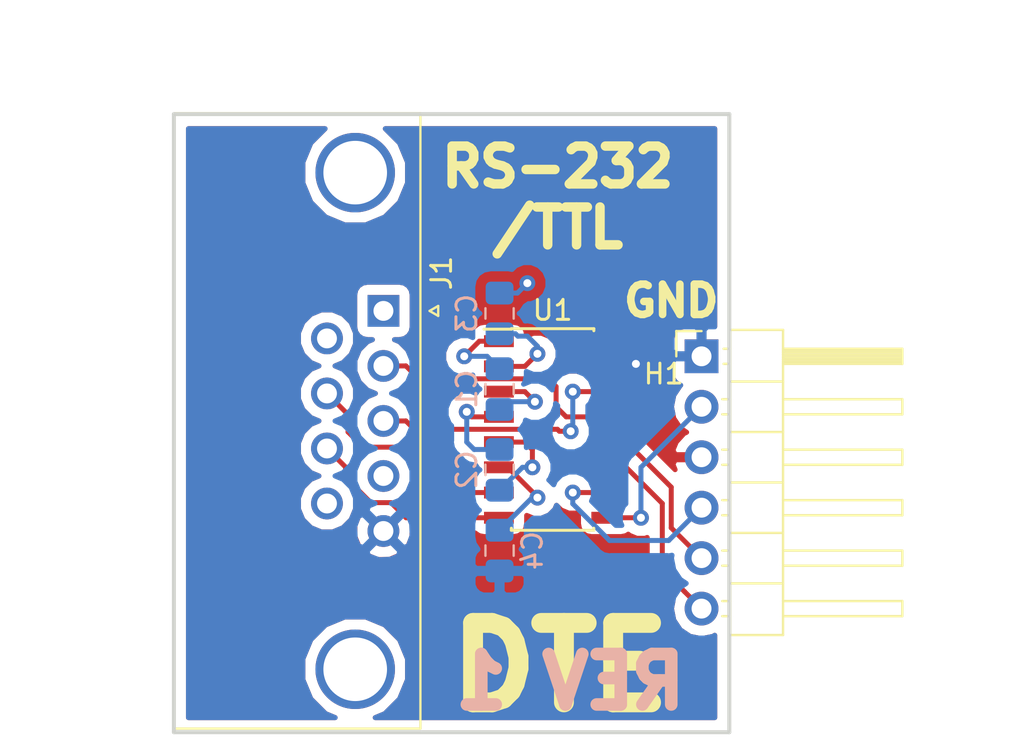
<source format=kicad_pcb>
(kicad_pcb (version 20171130) (host pcbnew "(5.0.2)-1")

  (general
    (thickness 1.6)
    (drawings 10)
    (tracks 90)
    (zones 0)
    (modules 7)
    (nets 18)
  )

  (page A4)
  (layers
    (0 F.Cu signal)
    (31 B.Cu signal)
    (32 B.Adhes user)
    (33 F.Adhes user)
    (34 B.Paste user)
    (35 F.Paste user)
    (36 B.SilkS user)
    (37 F.SilkS user)
    (38 B.Mask user hide)
    (39 F.Mask user hide)
    (40 Dwgs.User user)
    (41 Cmts.User user)
    (42 Eco1.User user)
    (43 Eco2.User user)
    (44 Edge.Cuts user)
    (45 Margin user hide)
    (46 B.CrtYd user hide)
    (47 F.CrtYd user hide)
    (48 B.Fab user hide)
    (49 F.Fab user)
  )

  (setup
    (last_trace_width 0.25)
    (trace_clearance 0.2)
    (zone_clearance 0.508)
    (zone_45_only no)
    (trace_min 0.2)
    (segment_width 0.2)
    (edge_width 0.15)
    (via_size 0.8)
    (via_drill 0.4)
    (via_min_size 0.4)
    (via_min_drill 0.3)
    (uvia_size 0.3)
    (uvia_drill 0.1)
    (uvias_allowed no)
    (uvia_min_size 0.2)
    (uvia_min_drill 0.1)
    (pcb_text_width 0.3)
    (pcb_text_size 1.5 1.5)
    (mod_edge_width 0.15)
    (mod_text_size 1 1)
    (mod_text_width 0.15)
    (pad_size 1.524 1.524)
    (pad_drill 0.762)
    (pad_to_mask_clearance 0.051)
    (solder_mask_min_width 0.25)
    (aux_axis_origin 0 0)
    (visible_elements 7FFFFFFF)
    (pcbplotparams
      (layerselection 0x010fc_ffffffff)
      (usegerberextensions false)
      (usegerberattributes false)
      (usegerberadvancedattributes false)
      (creategerberjobfile false)
      (excludeedgelayer true)
      (linewidth 0.100000)
      (plotframeref false)
      (viasonmask false)
      (mode 1)
      (useauxorigin false)
      (hpglpennumber 1)
      (hpglpenspeed 20)
      (hpglpendiameter 15.000000)
      (psnegative false)
      (psa4output false)
      (plotreference true)
      (plotvalue true)
      (plotinvisibletext false)
      (padsonsilk false)
      (subtractmaskfromsilk false)
      (outputformat 1)
      (mirror false)
      (drillshape 0)
      (scaleselection 1)
      (outputdirectory "plots/"))
  )

  (net 0 "")
  (net 1 "Net-(C1-Pad1)")
  (net 2 "Net-(C1-Pad2)")
  (net 3 "Net-(C2-Pad2)")
  (net 4 "Net-(C2-Pad1)")
  (net 5 GND)
  (net 6 "Net-(C3-Pad2)")
  (net 7 "Net-(C4-Pad2)")
  (net 8 "Net-(J1-Pad2)")
  (net 9 "Net-(J1-Pad3)")
  (net 10 /VCC)
  (net 11 "Net-(H1-Pad2)")
  (net 12 "Net-(H1-Pad4)")
  (net 13 "Net-(H1-Pad5)")
  (net 14 "Net-(H1-Pad6)")
  (net 15 "Net-(J1-Pad7)")
  (net 16 "Net-(J1-Pad8)")
  (net 17 "Net-(J1-Pad0)")

  (net_class Default "This is the default net class."
    (clearance 0.2)
    (trace_width 0.25)
    (via_dia 0.8)
    (via_drill 0.4)
    (uvia_dia 0.3)
    (uvia_drill 0.1)
    (add_net /VCC)
    (add_net GND)
    (add_net "Net-(C1-Pad1)")
    (add_net "Net-(C1-Pad2)")
    (add_net "Net-(C2-Pad1)")
    (add_net "Net-(C2-Pad2)")
    (add_net "Net-(C3-Pad2)")
    (add_net "Net-(C4-Pad2)")
    (add_net "Net-(H1-Pad2)")
    (add_net "Net-(H1-Pad4)")
    (add_net "Net-(H1-Pad5)")
    (add_net "Net-(H1-Pad6)")
    (add_net "Net-(J1-Pad0)")
    (add_net "Net-(J1-Pad2)")
    (add_net "Net-(J1-Pad3)")
    (add_net "Net-(J1-Pad7)")
    (add_net "Net-(J1-Pad8)")
  )

  (module Capacitor_SMD:C_0805_2012Metric_Pad1.15x1.40mm_HandSolder (layer B.Cu) (tedit 5B36C52B) (tstamp 5D73C2EC)
    (at 16.383 13.843 270)
    (descr "Capacitor SMD 0805 (2012 Metric), square (rectangular) end terminal, IPC_7351 nominal with elongated pad for handsoldering. (Body size source: https://docs.google.com/spreadsheets/d/1BsfQQcO9C6DZCsRaXUlFlo91Tg2WpOkGARC1WS5S8t0/edit?usp=sharing), generated with kicad-footprint-generator")
    (tags "capacitor handsolder")
    (path /5D728776)
    (attr smd)
    (fp_text reference C1 (at 0 1.65 270) (layer B.SilkS)
      (effects (font (size 1 1) (thickness 0.15)) (justify mirror))
    )
    (fp_text value 0.1uF (at 0 -1.65 270) (layer B.Fab)
      (effects (font (size 1 1) (thickness 0.15)) (justify mirror))
    )
    (fp_line (start -1 -0.6) (end -1 0.6) (layer B.Fab) (width 0.1))
    (fp_line (start -1 0.6) (end 1 0.6) (layer B.Fab) (width 0.1))
    (fp_line (start 1 0.6) (end 1 -0.6) (layer B.Fab) (width 0.1))
    (fp_line (start 1 -0.6) (end -1 -0.6) (layer B.Fab) (width 0.1))
    (fp_line (start -0.261252 0.71) (end 0.261252 0.71) (layer B.SilkS) (width 0.12))
    (fp_line (start -0.261252 -0.71) (end 0.261252 -0.71) (layer B.SilkS) (width 0.12))
    (fp_line (start -1.85 -0.95) (end -1.85 0.95) (layer B.CrtYd) (width 0.05))
    (fp_line (start -1.85 0.95) (end 1.85 0.95) (layer B.CrtYd) (width 0.05))
    (fp_line (start 1.85 0.95) (end 1.85 -0.95) (layer B.CrtYd) (width 0.05))
    (fp_line (start 1.85 -0.95) (end -1.85 -0.95) (layer B.CrtYd) (width 0.05))
    (fp_text user %R (at 0 0 270) (layer B.Fab)
      (effects (font (size 0.5 0.5) (thickness 0.08)) (justify mirror))
    )
    (pad 1 smd roundrect (at -1.025 0 270) (size 1.15 1.4) (layers B.Cu B.Paste B.Mask) (roundrect_rratio 0.217391)
      (net 1 "Net-(C1-Pad1)"))
    (pad 2 smd roundrect (at 1.025 0 270) (size 1.15 1.4) (layers B.Cu B.Paste B.Mask) (roundrect_rratio 0.217391)
      (net 2 "Net-(C1-Pad2)"))
    (model ${KISYS3DMOD}/Capacitor_SMD.3dshapes/C_0805_2012Metric.wrl
      (at (xyz 0 0 0))
      (scale (xyz 1 1 1))
      (rotate (xyz 0 0 0))
    )
  )

  (module Capacitor_SMD:C_0805_2012Metric_Pad1.15x1.40mm_HandSolder (layer B.Cu) (tedit 5B36C52B) (tstamp 5D73C2FD)
    (at 16.383 17.907 270)
    (descr "Capacitor SMD 0805 (2012 Metric), square (rectangular) end terminal, IPC_7351 nominal with elongated pad for handsoldering. (Body size source: https://docs.google.com/spreadsheets/d/1BsfQQcO9C6DZCsRaXUlFlo91Tg2WpOkGARC1WS5S8t0/edit?usp=sharing), generated with kicad-footprint-generator")
    (tags "capacitor handsolder")
    (path /5D728CCE)
    (attr smd)
    (fp_text reference C2 (at 0 1.65 270) (layer B.SilkS)
      (effects (font (size 1 1) (thickness 0.15)) (justify mirror))
    )
    (fp_text value 0.1uF (at 0 -1.65 270) (layer B.Fab)
      (effects (font (size 1 1) (thickness 0.15)) (justify mirror))
    )
    (fp_text user %R (at 0 0 270) (layer B.Fab)
      (effects (font (size 0.5 0.5) (thickness 0.08)) (justify mirror))
    )
    (fp_line (start 1.85 -0.95) (end -1.85 -0.95) (layer B.CrtYd) (width 0.05))
    (fp_line (start 1.85 0.95) (end 1.85 -0.95) (layer B.CrtYd) (width 0.05))
    (fp_line (start -1.85 0.95) (end 1.85 0.95) (layer B.CrtYd) (width 0.05))
    (fp_line (start -1.85 -0.95) (end -1.85 0.95) (layer B.CrtYd) (width 0.05))
    (fp_line (start -0.261252 -0.71) (end 0.261252 -0.71) (layer B.SilkS) (width 0.12))
    (fp_line (start -0.261252 0.71) (end 0.261252 0.71) (layer B.SilkS) (width 0.12))
    (fp_line (start 1 -0.6) (end -1 -0.6) (layer B.Fab) (width 0.1))
    (fp_line (start 1 0.6) (end 1 -0.6) (layer B.Fab) (width 0.1))
    (fp_line (start -1 0.6) (end 1 0.6) (layer B.Fab) (width 0.1))
    (fp_line (start -1 -0.6) (end -1 0.6) (layer B.Fab) (width 0.1))
    (pad 2 smd roundrect (at 1.025 0 270) (size 1.15 1.4) (layers B.Cu B.Paste B.Mask) (roundrect_rratio 0.217391)
      (net 3 "Net-(C2-Pad2)"))
    (pad 1 smd roundrect (at -1.025 0 270) (size 1.15 1.4) (layers B.Cu B.Paste B.Mask) (roundrect_rratio 0.217391)
      (net 4 "Net-(C2-Pad1)"))
    (model ${KISYS3DMOD}/Capacitor_SMD.3dshapes/C_0805_2012Metric.wrl
      (at (xyz 0 0 0))
      (scale (xyz 1 1 1))
      (rotate (xyz 0 0 0))
    )
  )

  (module Capacitor_SMD:C_0805_2012Metric_Pad1.15x1.40mm_HandSolder (layer B.Cu) (tedit 5B36C52B) (tstamp 5D73C30E)
    (at 16.383 10.033 270)
    (descr "Capacitor SMD 0805 (2012 Metric), square (rectangular) end terminal, IPC_7351 nominal with elongated pad for handsoldering. (Body size source: https://docs.google.com/spreadsheets/d/1BsfQQcO9C6DZCsRaXUlFlo91Tg2WpOkGARC1WS5S8t0/edit?usp=sharing), generated with kicad-footprint-generator")
    (tags "capacitor handsolder")
    (path /5D728CF8)
    (attr smd)
    (fp_text reference C3 (at 0 1.65 270) (layer B.SilkS)
      (effects (font (size 1 1) (thickness 0.15)) (justify mirror))
    )
    (fp_text value 0.1uF (at 0 -1.65 270) (layer B.Fab)
      (effects (font (size 1 1) (thickness 0.15)) (justify mirror))
    )
    (fp_line (start -1 -0.6) (end -1 0.6) (layer B.Fab) (width 0.1))
    (fp_line (start -1 0.6) (end 1 0.6) (layer B.Fab) (width 0.1))
    (fp_line (start 1 0.6) (end 1 -0.6) (layer B.Fab) (width 0.1))
    (fp_line (start 1 -0.6) (end -1 -0.6) (layer B.Fab) (width 0.1))
    (fp_line (start -0.261252 0.71) (end 0.261252 0.71) (layer B.SilkS) (width 0.12))
    (fp_line (start -0.261252 -0.71) (end 0.261252 -0.71) (layer B.SilkS) (width 0.12))
    (fp_line (start -1.85 -0.95) (end -1.85 0.95) (layer B.CrtYd) (width 0.05))
    (fp_line (start -1.85 0.95) (end 1.85 0.95) (layer B.CrtYd) (width 0.05))
    (fp_line (start 1.85 0.95) (end 1.85 -0.95) (layer B.CrtYd) (width 0.05))
    (fp_line (start 1.85 -0.95) (end -1.85 -0.95) (layer B.CrtYd) (width 0.05))
    (fp_text user %R (at 0 0 270) (layer B.Fab)
      (effects (font (size 0.5 0.5) (thickness 0.08)) (justify mirror))
    )
    (pad 1 smd roundrect (at -1.025 0 270) (size 1.15 1.4) (layers B.Cu B.Paste B.Mask) (roundrect_rratio 0.217391)
      (net 10 /VCC))
    (pad 2 smd roundrect (at 1.025 0 270) (size 1.15 1.4) (layers B.Cu B.Paste B.Mask) (roundrect_rratio 0.217391)
      (net 6 "Net-(C3-Pad2)"))
    (model ${KISYS3DMOD}/Capacitor_SMD.3dshapes/C_0805_2012Metric.wrl
      (at (xyz 0 0 0))
      (scale (xyz 1 1 1))
      (rotate (xyz 0 0 0))
    )
  )

  (module Capacitor_SMD:C_0805_2012Metric_Pad1.15x1.40mm_HandSolder (layer B.Cu) (tedit 5B36C52B) (tstamp 5D73C31F)
    (at 16.383 21.971 90)
    (descr "Capacitor SMD 0805 (2012 Metric), square (rectangular) end terminal, IPC_7351 nominal with elongated pad for handsoldering. (Body size source: https://docs.google.com/spreadsheets/d/1BsfQQcO9C6DZCsRaXUlFlo91Tg2WpOkGARC1WS5S8t0/edit?usp=sharing), generated with kicad-footprint-generator")
    (tags "capacitor handsolder")
    (path /5D728D2A)
    (attr smd)
    (fp_text reference C4 (at 0 1.65 90) (layer B.SilkS)
      (effects (font (size 1 1) (thickness 0.15)) (justify mirror))
    )
    (fp_text value 0.1uF (at 0 -1.65 90) (layer B.Fab)
      (effects (font (size 1 1) (thickness 0.15)) (justify mirror))
    )
    (fp_text user %R (at 0 0 90) (layer B.Fab)
      (effects (font (size 0.5 0.5) (thickness 0.08)) (justify mirror))
    )
    (fp_line (start 1.85 -0.95) (end -1.85 -0.95) (layer B.CrtYd) (width 0.05))
    (fp_line (start 1.85 0.95) (end 1.85 -0.95) (layer B.CrtYd) (width 0.05))
    (fp_line (start -1.85 0.95) (end 1.85 0.95) (layer B.CrtYd) (width 0.05))
    (fp_line (start -1.85 -0.95) (end -1.85 0.95) (layer B.CrtYd) (width 0.05))
    (fp_line (start -0.261252 -0.71) (end 0.261252 -0.71) (layer B.SilkS) (width 0.12))
    (fp_line (start -0.261252 0.71) (end 0.261252 0.71) (layer B.SilkS) (width 0.12))
    (fp_line (start 1 -0.6) (end -1 -0.6) (layer B.Fab) (width 0.1))
    (fp_line (start 1 0.6) (end 1 -0.6) (layer B.Fab) (width 0.1))
    (fp_line (start -1 0.6) (end 1 0.6) (layer B.Fab) (width 0.1))
    (fp_line (start -1 -0.6) (end -1 0.6) (layer B.Fab) (width 0.1))
    (pad 2 smd roundrect (at 1.025 0 90) (size 1.15 1.4) (layers B.Cu B.Paste B.Mask) (roundrect_rratio 0.217391)
      (net 7 "Net-(C4-Pad2)"))
    (pad 1 smd roundrect (at -1.025 0 90) (size 1.15 1.4) (layers B.Cu B.Paste B.Mask) (roundrect_rratio 0.217391)
      (net 5 GND))
    (model ${KISYS3DMOD}/Capacitor_SMD.3dshapes/C_0805_2012Metric.wrl
      (at (xyz 0 0 0))
      (scale (xyz 1 1 1))
      (rotate (xyz 0 0 0))
    )
  )

  (module Connector_PinHeader_2.54mm:PinHeader_1x06_P2.54mm_Horizontal (layer F.Cu) (tedit 5D759B42) (tstamp 5D73C386)
    (at 26.543 12.192)
    (descr "Through hole angled pin header, 1x06, 2.54mm pitch, 6mm pin length, single row")
    (tags "Through hole angled pin header THT 1x06 2.54mm single row")
    (path /5D75A367)
    (fp_text reference H1 (at -1.905 0.889) (layer F.SilkS)
      (effects (font (size 1 1) (thickness 0.15)))
    )
    (fp_text value FTDI-Slave (at 4.385 14.97) (layer F.Fab)
      (effects (font (size 1 1) (thickness 0.15)))
    )
    (fp_line (start 2.135 -1.27) (end 4.04 -1.27) (layer F.Fab) (width 0.1))
    (fp_line (start 4.04 -1.27) (end 4.04 13.97) (layer F.Fab) (width 0.1))
    (fp_line (start 4.04 13.97) (end 1.5 13.97) (layer F.Fab) (width 0.1))
    (fp_line (start 1.5 13.97) (end 1.5 -0.635) (layer F.Fab) (width 0.1))
    (fp_line (start 1.5 -0.635) (end 2.135 -1.27) (layer F.Fab) (width 0.1))
    (fp_line (start -0.32 -0.32) (end 1.5 -0.32) (layer F.Fab) (width 0.1))
    (fp_line (start -0.32 -0.32) (end -0.32 0.32) (layer F.Fab) (width 0.1))
    (fp_line (start -0.32 0.32) (end 1.5 0.32) (layer F.Fab) (width 0.1))
    (fp_line (start 4.04 -0.32) (end 10.04 -0.32) (layer F.Fab) (width 0.1))
    (fp_line (start 10.04 -0.32) (end 10.04 0.32) (layer F.Fab) (width 0.1))
    (fp_line (start 4.04 0.32) (end 10.04 0.32) (layer F.Fab) (width 0.1))
    (fp_line (start -0.32 2.22) (end 1.5 2.22) (layer F.Fab) (width 0.1))
    (fp_line (start -0.32 2.22) (end -0.32 2.86) (layer F.Fab) (width 0.1))
    (fp_line (start -0.32 2.86) (end 1.5 2.86) (layer F.Fab) (width 0.1))
    (fp_line (start 4.04 2.22) (end 10.04 2.22) (layer F.Fab) (width 0.1))
    (fp_line (start 10.04 2.22) (end 10.04 2.86) (layer F.Fab) (width 0.1))
    (fp_line (start 4.04 2.86) (end 10.04 2.86) (layer F.Fab) (width 0.1))
    (fp_line (start -0.32 4.76) (end 1.5 4.76) (layer F.Fab) (width 0.1))
    (fp_line (start -0.32 4.76) (end -0.32 5.4) (layer F.Fab) (width 0.1))
    (fp_line (start -0.32 5.4) (end 1.5 5.4) (layer F.Fab) (width 0.1))
    (fp_line (start 4.04 4.76) (end 10.04 4.76) (layer F.Fab) (width 0.1))
    (fp_line (start 10.04 4.76) (end 10.04 5.4) (layer F.Fab) (width 0.1))
    (fp_line (start 4.04 5.4) (end 10.04 5.4) (layer F.Fab) (width 0.1))
    (fp_line (start -0.32 7.3) (end 1.5 7.3) (layer F.Fab) (width 0.1))
    (fp_line (start -0.32 7.3) (end -0.32 7.94) (layer F.Fab) (width 0.1))
    (fp_line (start -0.32 7.94) (end 1.5 7.94) (layer F.Fab) (width 0.1))
    (fp_line (start 4.04 7.3) (end 10.04 7.3) (layer F.Fab) (width 0.1))
    (fp_line (start 10.04 7.3) (end 10.04 7.94) (layer F.Fab) (width 0.1))
    (fp_line (start 4.04 7.94) (end 10.04 7.94) (layer F.Fab) (width 0.1))
    (fp_line (start -0.32 9.84) (end 1.5 9.84) (layer F.Fab) (width 0.1))
    (fp_line (start -0.32 9.84) (end -0.32 10.48) (layer F.Fab) (width 0.1))
    (fp_line (start -0.32 10.48) (end 1.5 10.48) (layer F.Fab) (width 0.1))
    (fp_line (start 4.04 9.84) (end 10.04 9.84) (layer F.Fab) (width 0.1))
    (fp_line (start 10.04 9.84) (end 10.04 10.48) (layer F.Fab) (width 0.1))
    (fp_line (start 4.04 10.48) (end 10.04 10.48) (layer F.Fab) (width 0.1))
    (fp_line (start -0.32 12.38) (end 1.5 12.38) (layer F.Fab) (width 0.1))
    (fp_line (start -0.32 12.38) (end -0.32 13.02) (layer F.Fab) (width 0.1))
    (fp_line (start -0.32 13.02) (end 1.5 13.02) (layer F.Fab) (width 0.1))
    (fp_line (start 4.04 12.38) (end 10.04 12.38) (layer F.Fab) (width 0.1))
    (fp_line (start 10.04 12.38) (end 10.04 13.02) (layer F.Fab) (width 0.1))
    (fp_line (start 4.04 13.02) (end 10.04 13.02) (layer F.Fab) (width 0.1))
    (fp_line (start 1.44 -1.33) (end 1.44 14.03) (layer F.SilkS) (width 0.12))
    (fp_line (start 1.44 14.03) (end 4.1 14.03) (layer F.SilkS) (width 0.12))
    (fp_line (start 4.1 14.03) (end 4.1 -1.33) (layer F.SilkS) (width 0.12))
    (fp_line (start 4.1 -1.33) (end 1.44 -1.33) (layer F.SilkS) (width 0.12))
    (fp_line (start 4.1 -0.38) (end 10.1 -0.38) (layer F.SilkS) (width 0.12))
    (fp_line (start 10.1 -0.38) (end 10.1 0.38) (layer F.SilkS) (width 0.12))
    (fp_line (start 10.1 0.38) (end 4.1 0.38) (layer F.SilkS) (width 0.12))
    (fp_line (start 4.1 -0.32) (end 10.1 -0.32) (layer F.SilkS) (width 0.12))
    (fp_line (start 4.1 -0.2) (end 10.1 -0.2) (layer F.SilkS) (width 0.12))
    (fp_line (start 4.1 -0.08) (end 10.1 -0.08) (layer F.SilkS) (width 0.12))
    (fp_line (start 4.1 0.04) (end 10.1 0.04) (layer F.SilkS) (width 0.12))
    (fp_line (start 4.1 0.16) (end 10.1 0.16) (layer F.SilkS) (width 0.12))
    (fp_line (start 4.1 0.28) (end 10.1 0.28) (layer F.SilkS) (width 0.12))
    (fp_line (start 1.11 -0.38) (end 1.44 -0.38) (layer F.SilkS) (width 0.12))
    (fp_line (start 1.11 0.38) (end 1.44 0.38) (layer F.SilkS) (width 0.12))
    (fp_line (start 1.44 1.27) (end 4.1 1.27) (layer F.SilkS) (width 0.12))
    (fp_line (start 4.1 2.16) (end 10.1 2.16) (layer F.SilkS) (width 0.12))
    (fp_line (start 10.1 2.16) (end 10.1 2.92) (layer F.SilkS) (width 0.12))
    (fp_line (start 10.1 2.92) (end 4.1 2.92) (layer F.SilkS) (width 0.12))
    (fp_line (start 1.042929 2.16) (end 1.44 2.16) (layer F.SilkS) (width 0.12))
    (fp_line (start 1.042929 2.92) (end 1.44 2.92) (layer F.SilkS) (width 0.12))
    (fp_line (start 1.44 3.81) (end 4.1 3.81) (layer F.SilkS) (width 0.12))
    (fp_line (start 4.1 4.7) (end 10.1 4.7) (layer F.SilkS) (width 0.12))
    (fp_line (start 10.1 4.7) (end 10.1 5.46) (layer F.SilkS) (width 0.12))
    (fp_line (start 10.1 5.46) (end 4.1 5.46) (layer F.SilkS) (width 0.12))
    (fp_line (start 1.042929 4.7) (end 1.44 4.7) (layer F.SilkS) (width 0.12))
    (fp_line (start 1.042929 5.46) (end 1.44 5.46) (layer F.SilkS) (width 0.12))
    (fp_line (start 1.44 6.35) (end 4.1 6.35) (layer F.SilkS) (width 0.12))
    (fp_line (start 4.1 7.24) (end 10.1 7.24) (layer F.SilkS) (width 0.12))
    (fp_line (start 10.1 7.24) (end 10.1 8) (layer F.SilkS) (width 0.12))
    (fp_line (start 10.1 8) (end 4.1 8) (layer F.SilkS) (width 0.12))
    (fp_line (start 1.042929 7.24) (end 1.44 7.24) (layer F.SilkS) (width 0.12))
    (fp_line (start 1.042929 8) (end 1.44 8) (layer F.SilkS) (width 0.12))
    (fp_line (start 1.44 8.89) (end 4.1 8.89) (layer F.SilkS) (width 0.12))
    (fp_line (start 4.1 9.78) (end 10.1 9.78) (layer F.SilkS) (width 0.12))
    (fp_line (start 10.1 9.78) (end 10.1 10.54) (layer F.SilkS) (width 0.12))
    (fp_line (start 10.1 10.54) (end 4.1 10.54) (layer F.SilkS) (width 0.12))
    (fp_line (start 1.042929 9.78) (end 1.44 9.78) (layer F.SilkS) (width 0.12))
    (fp_line (start 1.042929 10.54) (end 1.44 10.54) (layer F.SilkS) (width 0.12))
    (fp_line (start 1.44 11.43) (end 4.1 11.43) (layer F.SilkS) (width 0.12))
    (fp_line (start 4.1 12.32) (end 10.1 12.32) (layer F.SilkS) (width 0.12))
    (fp_line (start 10.1 12.32) (end 10.1 13.08) (layer F.SilkS) (width 0.12))
    (fp_line (start 10.1 13.08) (end 4.1 13.08) (layer F.SilkS) (width 0.12))
    (fp_line (start 1.042929 12.32) (end 1.44 12.32) (layer F.SilkS) (width 0.12))
    (fp_line (start 1.042929 13.08) (end 1.44 13.08) (layer F.SilkS) (width 0.12))
    (fp_line (start -1.27 0) (end -1.27 -1.27) (layer F.SilkS) (width 0.12))
    (fp_line (start -1.27 -1.27) (end 0 -1.27) (layer F.SilkS) (width 0.12))
    (fp_line (start -1.8 -1.8) (end -1.8 14.5) (layer F.CrtYd) (width 0.05))
    (fp_line (start -1.8 14.5) (end 10.55 14.5) (layer F.CrtYd) (width 0.05))
    (fp_line (start 10.55 14.5) (end 10.55 -1.8) (layer F.CrtYd) (width 0.05))
    (fp_line (start 10.55 -1.8) (end -1.8 -1.8) (layer F.CrtYd) (width 0.05))
    (fp_text user %R (at 2.77 6.35 90) (layer F.Fab)
      (effects (font (size 1 1) (thickness 0.15)))
    )
    (pad 1 thru_hole rect (at 0 0) (size 1.7 1.7) (drill 1) (layers *.Cu *.Mask)
      (net 5 GND))
    (pad 2 thru_hole oval (at 0 2.54) (size 1.7 1.7) (drill 1) (layers *.Cu *.Mask)
      (net 11 "Net-(H1-Pad2)"))
    (pad 3 thru_hole oval (at 0 5.08) (size 1.7 1.7) (drill 1) (layers *.Cu *.Mask)
      (net 10 /VCC))
    (pad 4 thru_hole oval (at 0 7.62) (size 1.7 1.7) (drill 1) (layers *.Cu *.Mask)
      (net 12 "Net-(H1-Pad4)"))
    (pad 5 thru_hole oval (at 0 10.16) (size 1.7 1.7) (drill 1) (layers *.Cu *.Mask)
      (net 13 "Net-(H1-Pad5)"))
    (pad 6 thru_hole oval (at 0 12.7) (size 1.7 1.7) (drill 1) (layers *.Cu *.Mask)
      (net 14 "Net-(H1-Pad6)"))
    (model ${KISYS3DMOD}/Connector_PinHeader_2.54mm.3dshapes/PinHeader_1x06_P2.54mm_Horizontal.wrl
      (at (xyz 0 0 0))
      (scale (xyz 1 1 1))
      (rotate (xyz 0 0 0))
    )
  )

  (module Connector_Dsub:DSUB-9_Male_Horizontal_P2.77x2.84mm_EdgePinOffset7.70mm_Housed_MountingHolesOffset9.12mm (layer F.Cu) (tedit 5D759B32) (tstamp 5D73C3BA)
    (at 10.541 9.906 270)
    (descr "9-pin D-Sub connector, horizontal/angled (90 deg), THT-mount, male, pitch 2.77x2.84mm, pin-PCB-offset 7.699999999999999mm, distance of mounting holes 25mm, distance of mounting holes to PCB edge 9.12mm, see https://disti-assets.s3.amazonaws.com/tonar/files/datasheets/16730.pdf")
    (tags "9-pin D-Sub connector horizontal angled 90deg THT male pitch 2.77x2.84mm pin-PCB-offset 7.699999999999999mm mounting-holes-distance 25mm mounting-hole-offset 25mm")
    (path /5D729312)
    (fp_text reference J1 (at -1.905 -2.921 270) (layer F.SilkS)
      (effects (font (size 1 1) (thickness 0.15)))
    )
    (fp_text value DB9_Male_MountingHoles (at 5.54 18.44 270) (layer F.Fab)
      (effects (font (size 1 1) (thickness 0.15)))
    )
    (fp_arc (start -6.96 1.42) (end -8.56 1.42) (angle 180) (layer F.Fab) (width 0.1))
    (fp_arc (start 18.04 1.42) (end 16.44 1.42) (angle 180) (layer F.Fab) (width 0.1))
    (fp_line (start -9.885 -1.8) (end -9.885 10.54) (layer F.Fab) (width 0.1))
    (fp_line (start -9.885 10.54) (end 20.965 10.54) (layer F.Fab) (width 0.1))
    (fp_line (start 20.965 10.54) (end 20.965 -1.8) (layer F.Fab) (width 0.1))
    (fp_line (start 20.965 -1.8) (end -9.885 -1.8) (layer F.Fab) (width 0.1))
    (fp_line (start -9.885 10.54) (end -9.885 10.94) (layer F.Fab) (width 0.1))
    (fp_line (start -9.885 10.94) (end 20.965 10.94) (layer F.Fab) (width 0.1))
    (fp_line (start 20.965 10.94) (end 20.965 10.54) (layer F.Fab) (width 0.1))
    (fp_line (start 20.965 10.54) (end -9.885 10.54) (layer F.Fab) (width 0.1))
    (fp_line (start -2.61 10.94) (end -2.61 16.94) (layer F.Fab) (width 0.1))
    (fp_line (start -2.61 16.94) (end 13.69 16.94) (layer F.Fab) (width 0.1))
    (fp_line (start 13.69 16.94) (end 13.69 10.94) (layer F.Fab) (width 0.1))
    (fp_line (start 13.69 10.94) (end -2.61 10.94) (layer F.Fab) (width 0.1))
    (fp_line (start -9.46 10.94) (end -9.46 15.94) (layer F.Fab) (width 0.1))
    (fp_line (start -9.46 15.94) (end -4.46 15.94) (layer F.Fab) (width 0.1))
    (fp_line (start -4.46 15.94) (end -4.46 10.94) (layer F.Fab) (width 0.1))
    (fp_line (start -4.46 10.94) (end -9.46 10.94) (layer F.Fab) (width 0.1))
    (fp_line (start 15.54 10.94) (end 15.54 15.94) (layer F.Fab) (width 0.1))
    (fp_line (start 15.54 15.94) (end 20.54 15.94) (layer F.Fab) (width 0.1))
    (fp_line (start 20.54 15.94) (end 20.54 10.94) (layer F.Fab) (width 0.1))
    (fp_line (start 20.54 10.94) (end 15.54 10.94) (layer F.Fab) (width 0.1))
    (fp_line (start -8.56 10.54) (end -8.56 1.42) (layer F.Fab) (width 0.1))
    (fp_line (start -5.36 10.54) (end -5.36 1.42) (layer F.Fab) (width 0.1))
    (fp_line (start 16.44 10.54) (end 16.44 1.42) (layer F.Fab) (width 0.1))
    (fp_line (start 19.64 10.54) (end 19.64 1.42) (layer F.Fab) (width 0.1))
    (fp_line (start -9.945 10.48) (end -9.945 -1.86) (layer F.SilkS) (width 0.12))
    (fp_line (start -9.945 -1.86) (end 21.025 -1.86) (layer F.SilkS) (width 0.12))
    (fp_line (start 21.025 -1.86) (end 21.025 10.48) (layer F.SilkS) (width 0.12))
    (fp_line (start -0.25 -2.754338) (end 0.25 -2.754338) (layer F.SilkS) (width 0.12))
    (fp_line (start 0.25 -2.754338) (end 0 -2.321325) (layer F.SilkS) (width 0.12))
    (fp_line (start 0 -2.321325) (end -0.25 -2.754338) (layer F.SilkS) (width 0.12))
    (fp_line (start -10.4 -2.35) (end -10.4 17.45) (layer F.CrtYd) (width 0.05))
    (fp_line (start -10.4 17.45) (end 21.5 17.45) (layer F.CrtYd) (width 0.05))
    (fp_line (start 21.5 17.45) (end 21.5 -2.35) (layer F.CrtYd) (width 0.05))
    (fp_line (start 21.5 -2.35) (end -10.4 -2.35) (layer F.CrtYd) (width 0.05))
    (fp_text user %R (at 5.54 13.94 270) (layer F.Fab)
      (effects (font (size 1 1) (thickness 0.15)))
    )
    (pad 1 thru_hole rect (at 0 0 270) (size 1.6 1.6) (drill 1) (layers *.Cu *.Mask))
    (pad 2 thru_hole circle (at 2.77 0 270) (size 1.6 1.6) (drill 1) (layers *.Cu *.Mask)
      (net 8 "Net-(J1-Pad2)"))
    (pad 3 thru_hole circle (at 5.54 0 270) (size 1.6 1.6) (drill 1) (layers *.Cu *.Mask)
      (net 9 "Net-(J1-Pad3)"))
    (pad 4 thru_hole circle (at 8.31 0 270) (size 1.6 1.6) (drill 1) (layers *.Cu *.Mask))
    (pad 5 thru_hole circle (at 11.08 0 270) (size 1.6 1.6) (drill 1) (layers *.Cu *.Mask)
      (net 5 GND))
    (pad 6 thru_hole circle (at 1.385 2.84 270) (size 1.6 1.6) (drill 1) (layers *.Cu *.Mask))
    (pad 7 thru_hole circle (at 4.155 2.84 270) (size 1.6 1.6) (drill 1) (layers *.Cu *.Mask)
      (net 15 "Net-(J1-Pad7)"))
    (pad 8 thru_hole circle (at 6.925 2.84 270) (size 1.6 1.6) (drill 1) (layers *.Cu *.Mask)
      (net 16 "Net-(J1-Pad8)"))
    (pad 9 thru_hole circle (at 9.695 2.84 270) (size 1.6 1.6) (drill 1) (layers *.Cu *.Mask))
    (pad 0 thru_hole circle (at -6.96 1.42 270) (size 4 4) (drill 3.2) (layers *.Cu *.Mask)
      (net 17 "Net-(J1-Pad0)"))
    (pad 0 thru_hole circle (at 18.04 1.42 270) (size 4 4) (drill 3.2) (layers *.Cu *.Mask)
      (net 17 "Net-(J1-Pad0)"))
    (model ${KISYS3DMOD}/Connector_Dsub.3dshapes/DSUB-9_Male_Horizontal_P2.77x2.84mm_EdgePinOffset7.70mm_Housed_MountingHolesOffset9.12mm.wrl
      (at (xyz 0 0 0))
      (scale (xyz 1 1 1))
      (rotate (xyz 0 0 0))
    )
  )

  (module Package_SO:SOIC-16_3.9x9.9mm_P1.27mm (layer F.Cu) (tedit 5A02F2D3) (tstamp 5D73C3DF)
    (at 19.05 15.875)
    (descr "16-Lead Plastic Small Outline (SL) - Narrow, 3.90 mm Body [SOIC] (see Microchip Packaging Specification 00000049BS.pdf)")
    (tags "SOIC 1.27")
    (path /5D7285AB)
    (attr smd)
    (fp_text reference U1 (at 0 -6) (layer F.SilkS)
      (effects (font (size 1 1) (thickness 0.15)))
    )
    (fp_text value ICL3232 (at 0 6) (layer F.Fab)
      (effects (font (size 1 1) (thickness 0.15)))
    )
    (fp_text user %R (at 0 0) (layer F.Fab)
      (effects (font (size 0.9 0.9) (thickness 0.135)))
    )
    (fp_line (start -0.95 -4.95) (end 1.95 -4.95) (layer F.Fab) (width 0.15))
    (fp_line (start 1.95 -4.95) (end 1.95 4.95) (layer F.Fab) (width 0.15))
    (fp_line (start 1.95 4.95) (end -1.95 4.95) (layer F.Fab) (width 0.15))
    (fp_line (start -1.95 4.95) (end -1.95 -3.95) (layer F.Fab) (width 0.15))
    (fp_line (start -1.95 -3.95) (end -0.95 -4.95) (layer F.Fab) (width 0.15))
    (fp_line (start -3.7 -5.25) (end -3.7 5.25) (layer F.CrtYd) (width 0.05))
    (fp_line (start 3.7 -5.25) (end 3.7 5.25) (layer F.CrtYd) (width 0.05))
    (fp_line (start -3.7 -5.25) (end 3.7 -5.25) (layer F.CrtYd) (width 0.05))
    (fp_line (start -3.7 5.25) (end 3.7 5.25) (layer F.CrtYd) (width 0.05))
    (fp_line (start -2.075 -5.075) (end -2.075 -5.05) (layer F.SilkS) (width 0.15))
    (fp_line (start 2.075 -5.075) (end 2.075 -4.97) (layer F.SilkS) (width 0.15))
    (fp_line (start 2.075 5.075) (end 2.075 4.97) (layer F.SilkS) (width 0.15))
    (fp_line (start -2.075 5.075) (end -2.075 4.97) (layer F.SilkS) (width 0.15))
    (fp_line (start -2.075 -5.075) (end 2.075 -5.075) (layer F.SilkS) (width 0.15))
    (fp_line (start -2.075 5.075) (end 2.075 5.075) (layer F.SilkS) (width 0.15))
    (fp_line (start -2.075 -5.05) (end -3.45 -5.05) (layer F.SilkS) (width 0.15))
    (pad 1 smd rect (at -2.7 -4.445) (size 1.5 0.6) (layers F.Cu F.Paste F.Mask)
      (net 1 "Net-(C1-Pad1)"))
    (pad 2 smd rect (at -2.7 -3.175) (size 1.5 0.6) (layers F.Cu F.Paste F.Mask)
      (net 6 "Net-(C3-Pad2)"))
    (pad 3 smd rect (at -2.7 -1.905) (size 1.5 0.6) (layers F.Cu F.Paste F.Mask)
      (net 2 "Net-(C1-Pad2)"))
    (pad 4 smd rect (at -2.7 -0.635) (size 1.5 0.6) (layers F.Cu F.Paste F.Mask)
      (net 4 "Net-(C2-Pad1)"))
    (pad 5 smd rect (at -2.7 0.635) (size 1.5 0.6) (layers F.Cu F.Paste F.Mask)
      (net 3 "Net-(C2-Pad2)"))
    (pad 6 smd rect (at -2.7 1.905) (size 1.5 0.6) (layers F.Cu F.Paste F.Mask)
      (net 7 "Net-(C4-Pad2)"))
    (pad 7 smd rect (at -2.7 3.175) (size 1.5 0.6) (layers F.Cu F.Paste F.Mask)
      (net 15 "Net-(J1-Pad7)"))
    (pad 8 smd rect (at -2.7 4.445) (size 1.5 0.6) (layers F.Cu F.Paste F.Mask)
      (net 16 "Net-(J1-Pad8)"))
    (pad 9 smd rect (at 2.7 4.445) (size 1.5 0.6) (layers F.Cu F.Paste F.Mask)
      (net 11 "Net-(H1-Pad2)"))
    (pad 10 smd rect (at 2.7 3.175) (size 1.5 0.6) (layers F.Cu F.Paste F.Mask)
      (net 12 "Net-(H1-Pad4)"))
    (pad 11 smd rect (at 2.7 1.905) (size 1.5 0.6) (layers F.Cu F.Paste F.Mask)
      (net 14 "Net-(H1-Pad6)"))
    (pad 12 smd rect (at 2.7 0.635) (size 1.5 0.6) (layers F.Cu F.Paste F.Mask)
      (net 13 "Net-(H1-Pad5)"))
    (pad 13 smd rect (at 2.7 -0.635) (size 1.5 0.6) (layers F.Cu F.Paste F.Mask)
      (net 8 "Net-(J1-Pad2)"))
    (pad 14 smd rect (at 2.7 -1.905) (size 1.5 0.6) (layers F.Cu F.Paste F.Mask)
      (net 9 "Net-(J1-Pad3)"))
    (pad 15 smd rect (at 2.7 -3.175) (size 1.5 0.6) (layers F.Cu F.Paste F.Mask)
      (net 5 GND))
    (pad 16 smd rect (at 2.7 -4.445) (size 1.5 0.6) (layers F.Cu F.Paste F.Mask)
      (net 10 /VCC))
    (model ${KISYS3DMOD}/Package_SO.3dshapes/SOIC-16_3.9x9.9mm_P1.27mm.wrl
      (at (xyz 0 0 0))
      (scale (xyz 1 1 1))
      (rotate (xyz 0 0 0))
    )
  )

  (dimension 31.115 (width 0.3) (layer Dwgs.User)
    (gr_text "31.115 mm" (at 40.835 15.5575 90) (layer Dwgs.User)
      (effects (font (size 1.5 1.5) (thickness 0.3)))
    )
    (feature1 (pts (xy 27.94 0) (xy 39.321421 0)))
    (feature2 (pts (xy 27.94 31.115) (xy 39.321421 31.115)))
    (crossbar (pts (xy 38.735 31.115) (xy 38.735 0)))
    (arrow1a (pts (xy 38.735 0) (xy 39.321421 1.126504)))
    (arrow1b (pts (xy 38.735 0) (xy 38.148579 1.126504)))
    (arrow2a (pts (xy 38.735 31.115) (xy 39.321421 29.988496)))
    (arrow2b (pts (xy 38.735 31.115) (xy 38.148579 29.988496)))
  )
  (dimension 27.94 (width 0.3) (layer Dwgs.User)
    (gr_text "27.940 mm" (at 13.97 -4.64) (layer Dwgs.User)
      (effects (font (size 1.5 1.5) (thickness 0.3)))
    )
    (feature1 (pts (xy 27.94 0) (xy 27.94 -3.126421)))
    (feature2 (pts (xy 0 0) (xy 0 -3.126421)))
    (crossbar (pts (xy 0 -2.54) (xy 27.94 -2.54)))
    (arrow1a (pts (xy 27.94 -2.54) (xy 26.813496 -1.953579)))
    (arrow1b (pts (xy 27.94 -2.54) (xy 26.813496 -3.126421)))
    (arrow2a (pts (xy 0 -2.54) (xy 1.126504 -1.953579)))
    (arrow2b (pts (xy 0 -2.54) (xy 1.126504 -3.126421)))
  )
  (gr_text "REV 1" (at 19.939 28.575) (layer B.SilkS) (tstamp 5D765BE1)
    (effects (font (size 2.54 2.54) (thickness 0.635)) (justify mirror))
  )
  (gr_text GND (at 25.019 9.398) (layer F.SilkS) (tstamp 5D73CD6E)
    (effects (font (size 1.524 1.524) (thickness 0.381)))
  )
  (gr_text "RS-232\n/TTL" (at 19.304 4.191) (layer F.SilkS) (tstamp 5D73CD66)
    (effects (font (size 1.905 1.905) (thickness 0.47625)))
  )
  (gr_text DTE (at 19.431 27.813) (layer F.SilkS)
    (effects (font (size 4 4) (thickness 1)))
  )
  (gr_line (start 0 31.115) (end 0 0) (layer Edge.Cuts) (width 0.2))
  (gr_line (start 27.94 31.115) (end 0 31.115) (layer Edge.Cuts) (width 0.2))
  (gr_line (start 27.94 0) (end 27.94 31.115) (layer Edge.Cuts) (width 0.2))
  (gr_line (start 0 0) (end 27.94 0) (layer Edge.Cuts) (width 0.2))

  (via (at 14.605 12.192) (size 0.8) (drill 0.4) (layers F.Cu B.Cu) (net 1))
  (segment (start 16.35 11.43) (end 15.367 11.43) (width 0.25) (layer F.Cu) (net 1) (status 10))
  (segment (start 15.367 11.43) (end 14.605 12.192) (width 0.25) (layer F.Cu) (net 1))
  (segment (start 15.757 12.192) (end 16.383 12.818) (width 0.25) (layer B.Cu) (net 1) (status 20))
  (segment (start 14.605 12.192) (end 15.757 12.192) (width 0.25) (layer B.Cu) (net 1))
  (segment (start 16.35 13.97) (end 17.653 13.97) (width 0.25) (layer F.Cu) (net 2) (status 10))
  (via (at 18.161 14.478) (size 0.8) (drill 0.4) (layers F.Cu B.Cu) (net 2))
  (segment (start 17.653 13.97) (end 18.161 14.478) (width 0.25) (layer F.Cu) (net 2))
  (segment (start 16.773 14.478) (end 16.383 14.868) (width 0.25) (layer B.Cu) (net 2) (status 30))
  (segment (start 18.161 14.478) (end 16.773 14.478) (width 0.25) (layer B.Cu) (net 2) (status 20))
  (via (at 18.034 17.78) (size 0.8) (drill 0.4) (layers F.Cu B.Cu) (net 3))
  (segment (start 17.535 17.78) (end 16.383 18.932) (width 0.25) (layer B.Cu) (net 3) (status 20))
  (segment (start 18.034 17.78) (end 17.535 17.78) (width 0.25) (layer B.Cu) (net 3))
  (segment (start 18.034 16.891) (end 18.034 17.78) (width 0.25) (layer F.Cu) (net 3))
  (segment (start 16.35 16.51) (end 17.653 16.51) (width 0.25) (layer F.Cu) (net 3))
  (segment (start 17.653 16.51) (end 18.034 16.891) (width 0.25) (layer F.Cu) (net 3))
  (via (at 14.732 14.986) (size 0.8) (drill 0.4) (layers F.Cu B.Cu) (net 4))
  (segment (start 16.35 15.24) (end 14.986 15.24) (width 0.25) (layer F.Cu) (net 4) (status 10))
  (segment (start 14.986 15.24) (end 14.732 14.986) (width 0.25) (layer F.Cu) (net 4))
  (segment (start 14.732 14.986) (end 14.732 16.51) (width 0.25) (layer B.Cu) (net 4))
  (segment (start 15.104 16.882) (end 16.383 16.882) (width 0.25) (layer B.Cu) (net 4) (status 20))
  (segment (start 14.732 16.51) (end 15.104 16.882) (width 0.25) (layer B.Cu) (net 4))
  (via (at 23.241 12.573) (size 0.8) (drill 0.4) (layers F.Cu B.Cu) (net 5))
  (segment (start 21.75 12.7) (end 23.114 12.7) (width 0.25) (layer F.Cu) (net 5) (status 10))
  (segment (start 23.114 12.7) (end 23.241 12.573) (width 0.25) (layer F.Cu) (net 5))
  (segment (start 17.183 11.058) (end 17.301 11.176) (width 0.25) (layer B.Cu) (net 6))
  (segment (start 16.383 11.058) (end 17.183 11.058) (width 0.25) (layer B.Cu) (net 6) (status 10))
  (segment (start 17.301 11.176) (end 17.78 11.176) (width 0.25) (layer B.Cu) (net 6))
  (via (at 18.288 12.065) (size 0.8) (drill 0.4) (layers F.Cu B.Cu) (net 6))
  (segment (start 17.78 11.176) (end 18.288 11.684) (width 0.25) (layer B.Cu) (net 6))
  (segment (start 18.288 11.684) (end 18.288 12.065) (width 0.25) (layer B.Cu) (net 6))
  (segment (start 17.653 12.7) (end 18.288 12.065) (width 0.25) (layer F.Cu) (net 6))
  (segment (start 16.35 12.7) (end 17.653 12.7) (width 0.25) (layer F.Cu) (net 6) (status 10))
  (via (at 18.288 19.304) (size 0.8) (drill 0.4) (layers F.Cu B.Cu) (net 7))
  (segment (start 18.288 19.268) (end 18.288 19.304) (width 0.25) (layer F.Cu) (net 7))
  (segment (start 16.35 17.78) (end 16.8 17.78) (width 0.25) (layer F.Cu) (net 7) (status 30))
  (segment (start 16.8 17.78) (end 18.288 19.268) (width 0.25) (layer F.Cu) (net 7) (status 10))
  (segment (start 18.025 19.304) (end 18.288 19.304) (width 0.25) (layer B.Cu) (net 7))
  (segment (start 16.383 20.946) (end 18.025 19.304) (width 0.25) (layer B.Cu) (net 7) (status 10))
  (segment (start 11.67237 12.676) (end 10.541 12.676) (width 0.25) (layer F.Cu) (net 8))
  (segment (start 19.226 13.716) (end 18.835001 13.325001) (width 0.25) (layer F.Cu) (net 8))
  (segment (start 18.835001 13.325001) (end 12.321371 13.325001) (width 0.25) (layer F.Cu) (net 8))
  (segment (start 12.321371 13.325001) (end 11.67237 12.676) (width 0.25) (layer F.Cu) (net 8))
  (segment (start 19.734 15.24) (end 19.226 14.732) (width 0.25) (layer F.Cu) (net 8))
  (segment (start 21.75 15.24) (end 19.734 15.24) (width 0.25) (layer F.Cu) (net 8))
  (segment (start 19.226 14.732) (end 19.226 13.716) (width 0.25) (layer F.Cu) (net 8))
  (via (at 19.959955 15.965) (size 0.8) (drill 0.4) (layers F.Cu B.Cu) (net 9) (status 1000000))
  (via (at 20.066 13.97) (size 0.8) (drill 0.4) (layers F.Cu B.Cu) (net 9) (status 1000000))
  (segment (start 20.066 13.97) (end 20.066 15.858955) (width 0.25) (layer B.Cu) (net 9) (status 1000000))
  (segment (start 20.066 15.858955) (end 19.959955 15.965) (width 0.25) (layer B.Cu) (net 9) (status 1000000))
  (segment (start 21.75 13.97) (end 20.066 13.97) (width 0.25) (layer F.Cu) (net 9) (status 1000000))
  (segment (start 11.67237 15.446) (end 10.541 15.446) (width 0.25) (layer F.Cu) (net 9))
  (segment (start 12.091371 15.865001) (end 11.67237 15.446) (width 0.25) (layer F.Cu) (net 9))
  (segment (start 19.294271 15.865001) (end 12.091371 15.865001) (width 0.25) (layer F.Cu) (net 9))
  (segment (start 19.39427 15.965) (end 19.294271 15.865001) (width 0.25) (layer F.Cu) (net 9))
  (segment (start 19.959955 15.965) (end 19.39427 15.965) (width 0.25) (layer F.Cu) (net 9))
  (via (at 17.78 8.509) (size 0.8) (drill 0.4) (layers F.Cu B.Cu) (net 10))
  (segment (start 16.383 9.008) (end 17.281 9.008) (width 0.25) (layer B.Cu) (net 10))
  (segment (start 17.281 9.008) (end 17.78 8.509) (width 0.25) (layer B.Cu) (net 10))
  (via (at 23.495 20.32) (size 0.8) (drill 0.4) (layers F.Cu B.Cu) (net 11))
  (segment (start 21.75 20.32) (end 23.495 20.32) (width 0.25) (layer F.Cu) (net 11))
  (segment (start 23.495 17.78) (end 26.543 14.732) (width 0.25) (layer B.Cu) (net 11))
  (segment (start 23.495 20.32) (end 23.495 17.78) (width 0.25) (layer B.Cu) (net 11))
  (via (at 20.066 19.05) (size 0.8) (drill 0.4) (layers F.Cu B.Cu) (net 12))
  (segment (start 21.75 19.05) (end 20.066 19.05) (width 0.25) (layer F.Cu) (net 12))
  (segment (start 20.066 19.615685) (end 21.913315 21.463) (width 0.25) (layer B.Cu) (net 12))
  (segment (start 20.066 19.05) (end 20.066 19.615685) (width 0.25) (layer B.Cu) (net 12))
  (segment (start 24.892 21.463) (end 26.543 19.812) (width 0.25) (layer B.Cu) (net 12))
  (segment (start 21.913315 21.463) (end 24.892 21.463) (width 0.25) (layer B.Cu) (net 12))
  (segment (start 22.75 16.51) (end 25.019 18.779) (width 0.25) (layer F.Cu) (net 13))
  (segment (start 21.75 16.51) (end 22.75 16.51) (width 0.25) (layer F.Cu) (net 13))
  (segment (start 25.019 20.828) (end 26.543 22.352) (width 0.25) (layer F.Cu) (net 13))
  (segment (start 25.019 18.779) (end 25.019 20.828) (width 0.25) (layer F.Cu) (net 13))
  (segment (start 25.693001 24.042001) (end 26.543 24.892) (width 0.25) (layer F.Cu) (net 14))
  (segment (start 24.56899 22.91799) (end 25.693001 24.042001) (width 0.25) (layer F.Cu) (net 14))
  (segment (start 24.56899 19.59899) (end 24.56899 22.91799) (width 0.25) (layer F.Cu) (net 14))
  (segment (start 22.75 17.78) (end 24.56899 19.59899) (width 0.25) (layer F.Cu) (net 14))
  (segment (start 21.75 17.78) (end 22.75 17.78) (width 0.25) (layer F.Cu) (net 14))
  (segment (start 13.716 19.05) (end 16.35 19.05) (width 0.25) (layer F.Cu) (net 15) (status 20))
  (segment (start 11.43 16.764) (end 13.716 19.05) (width 0.25) (layer F.Cu) (net 15))
  (segment (start 9.525 16.764) (end 11.43 16.764) (width 0.25) (layer F.Cu) (net 15))
  (segment (start 8.763 16.002) (end 9.525 16.764) (width 0.25) (layer F.Cu) (net 15))
  (segment (start 8.763 15.123) (end 8.763 16.002) (width 0.25) (layer F.Cu) (net 15))
  (segment (start 7.701 14.061) (end 8.763 15.123) (width 0.25) (layer F.Cu) (net 15) (status 10))
  (segment (start 11.684 20.32) (end 16.35 20.32) (width 0.25) (layer F.Cu) (net 16) (status 20))
  (segment (start 10.922 19.558) (end 11.684 20.32) (width 0.25) (layer F.Cu) (net 16))
  (segment (start 9.906 19.558) (end 10.922 19.558) (width 0.25) (layer F.Cu) (net 16))
  (segment (start 8.636 18.288) (end 9.906 19.558) (width 0.25) (layer F.Cu) (net 16))
  (segment (start 8.636 17.766) (end 8.636 18.288) (width 0.25) (layer F.Cu) (net 16))
  (segment (start 7.701 16.831) (end 8.636 17.766) (width 0.25) (layer F.Cu) (net 16) (status 10))

  (zone (net 10) (net_name /VCC) (layer F.Cu) (tstamp 5D7D52E4) (hatch edge 0.508)
    (connect_pads (clearance 0.508))
    (min_thickness 0.254)
    (fill yes (arc_segments 16) (thermal_gap 0.508) (thermal_bridge_width 0.508))
    (polygon
      (pts
        (xy 0 0) (xy 27.94 0) (xy 27.94 31.115) (xy 0 31.115)
      )
    )
    (filled_polygon
      (pts
        (xy 6.887155 1.453392) (xy 6.486 2.421866) (xy 6.486 3.470134) (xy 6.887155 4.438608) (xy 7.628392 5.179845)
        (xy 8.596866 5.581) (xy 9.645134 5.581) (xy 10.613608 5.179845) (xy 11.354845 4.438608) (xy 11.756 3.470134)
        (xy 11.756 2.421866) (xy 11.354845 1.453392) (xy 10.636453 0.735) (xy 27.205 0.735) (xy 27.205 10.69456)
        (xy 25.693 10.69456) (xy 25.445235 10.743843) (xy 25.235191 10.884191) (xy 25.094843 11.094235) (xy 25.04556 11.342)
        (xy 25.04556 13.042) (xy 25.094843 13.289765) (xy 25.235191 13.499809) (xy 25.445235 13.640157) (xy 25.490619 13.649184)
        (xy 25.472375 13.661375) (xy 25.144161 14.152582) (xy 25.028908 14.732) (xy 25.144161 15.311418) (xy 25.472375 15.802625)
        (xy 25.791478 16.015843) (xy 25.661642 16.076817) (xy 25.271355 16.505076) (xy 25.101524 16.91511) (xy 25.222845 17.145)
        (xy 26.416 17.145) (xy 26.416 17.125) (xy 26.67 17.125) (xy 26.67 17.145) (xy 26.69 17.145)
        (xy 26.69 17.399) (xy 26.67 17.399) (xy 26.67 17.419) (xy 26.416 17.419) (xy 26.416 17.399)
        (xy 25.222845 17.399) (xy 25.101524 17.62889) (xy 25.213116 17.898314) (xy 23.340331 16.02553) (xy 23.297929 15.962071)
        (xy 23.079299 15.815987) (xy 23.098157 15.787765) (xy 23.14744 15.54) (xy 23.14744 14.94) (xy 23.098157 14.692235)
        (xy 23.039868 14.605) (xy 23.098157 14.517765) (xy 23.14744 14.27) (xy 23.14744 13.67) (xy 23.135108 13.608)
        (xy 23.446874 13.608) (xy 23.82728 13.450431) (xy 24.118431 13.15928) (xy 24.276 12.778874) (xy 24.276 12.367126)
        (xy 24.118431 11.98672) (xy 23.82728 11.695569) (xy 23.446874 11.538) (xy 23.035126 11.538) (xy 22.980059 11.560809)
        (xy 22.97625 11.557) (xy 21.877 11.557) (xy 21.877 11.577) (xy 21.623 11.577) (xy 21.623 11.557)
        (xy 20.52375 11.557) (xy 20.365 11.71575) (xy 20.365 11.85631) (xy 20.454768 12.073028) (xy 20.401843 12.152235)
        (xy 20.35256 12.4) (xy 20.35256 12.968421) (xy 20.271874 12.935) (xy 19.860126 12.935) (xy 19.61948 13.034679)
        (xy 19.425332 12.840531) (xy 19.38293 12.777072) (xy 19.171769 12.635979) (xy 19.323 12.270874) (xy 19.323 11.859126)
        (xy 19.165431 11.47872) (xy 18.87428 11.187569) (xy 18.493874 11.03) (xy 18.082126 11.03) (xy 17.74744 11.168631)
        (xy 17.74744 11.13) (xy 17.722316 11.00369) (xy 20.365 11.00369) (xy 20.365 11.14425) (xy 20.52375 11.303)
        (xy 21.623 11.303) (xy 21.623 10.65375) (xy 21.877 10.65375) (xy 21.877 11.303) (xy 22.97625 11.303)
        (xy 23.135 11.14425) (xy 23.135 11.00369) (xy 23.038327 10.770301) (xy 22.859698 10.591673) (xy 22.626309 10.495)
        (xy 22.03575 10.495) (xy 21.877 10.65375) (xy 21.623 10.65375) (xy 21.46425 10.495) (xy 20.873691 10.495)
        (xy 20.640302 10.591673) (xy 20.461673 10.770301) (xy 20.365 11.00369) (xy 17.722316 11.00369) (xy 17.698157 10.882235)
        (xy 17.557809 10.672191) (xy 17.347765 10.531843) (xy 17.1 10.48256) (xy 15.6 10.48256) (xy 15.352235 10.531843)
        (xy 15.142191 10.672191) (xy 15.120893 10.704065) (xy 15.118605 10.70452) (xy 15.070462 10.714096) (xy 14.986346 10.770301)
        (xy 14.819071 10.882071) (xy 14.776671 10.945527) (xy 14.565198 11.157) (xy 14.399126 11.157) (xy 14.01872 11.314569)
        (xy 13.727569 11.60572) (xy 13.57 11.986126) (xy 13.57 12.397874) (xy 13.639226 12.565001) (xy 12.636173 12.565001)
        (xy 12.262701 12.19153) (xy 12.220299 12.128071) (xy 11.968907 11.960096) (xy 11.782322 11.922982) (xy 11.757534 11.863138)
        (xy 11.353862 11.459466) (xy 11.097893 11.35344) (xy 11.341 11.35344) (xy 11.588765 11.304157) (xy 11.798809 11.163809)
        (xy 11.939157 10.953765) (xy 11.98844 10.706) (xy 11.98844 9.106) (xy 11.939157 8.858235) (xy 11.798809 8.648191)
        (xy 11.588765 8.507843) (xy 11.341 8.45856) (xy 9.741 8.45856) (xy 9.493235 8.507843) (xy 9.283191 8.648191)
        (xy 9.142843 8.858235) (xy 9.09356 9.106) (xy 9.09356 10.706) (xy 9.142843 10.953765) (xy 9.283191 11.163809)
        (xy 9.493235 11.304157) (xy 9.741 11.35344) (xy 9.984107 11.35344) (xy 9.728138 11.459466) (xy 9.324466 11.863138)
        (xy 9.106 12.390561) (xy 9.106 12.961439) (xy 9.324466 13.488862) (xy 9.728138 13.892534) (xy 10.13485 14.061)
        (xy 9.728138 14.229466) (xy 9.33961 14.617994) (xy 9.310929 14.575071) (xy 9.247473 14.532671) (xy 9.114104 14.399302)
        (xy 9.136 14.346439) (xy 9.136 13.775561) (xy 8.917534 13.248138) (xy 8.513862 12.844466) (xy 8.10715 12.676)
        (xy 8.513862 12.507534) (xy 8.917534 12.103862) (xy 9.136 11.576439) (xy 9.136 11.005561) (xy 8.917534 10.478138)
        (xy 8.513862 10.074466) (xy 7.986439 9.856) (xy 7.415561 9.856) (xy 6.888138 10.074466) (xy 6.484466 10.478138)
        (xy 6.266 11.005561) (xy 6.266 11.576439) (xy 6.484466 12.103862) (xy 6.888138 12.507534) (xy 7.29485 12.676)
        (xy 6.888138 12.844466) (xy 6.484466 13.248138) (xy 6.266 13.775561) (xy 6.266 14.346439) (xy 6.484466 14.873862)
        (xy 6.888138 15.277534) (xy 7.29485 15.446) (xy 6.888138 15.614466) (xy 6.484466 16.018138) (xy 6.266 16.545561)
        (xy 6.266 17.116439) (xy 6.484466 17.643862) (xy 6.888138 18.047534) (xy 7.29485 18.216) (xy 6.888138 18.384466)
        (xy 6.484466 18.788138) (xy 6.266 19.315561) (xy 6.266 19.886439) (xy 6.484466 20.413862) (xy 6.888138 20.817534)
        (xy 7.415561 21.036) (xy 7.986439 21.036) (xy 8.513862 20.817534) (xy 8.917534 20.413862) (xy 9.136 19.886439)
        (xy 9.136 19.862802) (xy 9.31567 20.042472) (xy 9.358071 20.105929) (xy 9.378215 20.119389) (xy 9.324466 20.173138)
        (xy 9.106 20.700561) (xy 9.106 21.271439) (xy 9.324466 21.798862) (xy 9.728138 22.202534) (xy 10.255561 22.421)
        (xy 10.826439 22.421) (xy 11.353862 22.202534) (xy 11.757534 21.798862) (xy 11.976 21.271439) (xy 11.976 21.08)
        (xy 15.14547 21.08) (xy 15.352235 21.218157) (xy 15.6 21.26744) (xy 17.1 21.26744) (xy 17.347765 21.218157)
        (xy 17.557809 21.077809) (xy 17.698157 20.867765) (xy 17.74744 20.62) (xy 17.74744 20.200369) (xy 18.082126 20.339)
        (xy 18.493874 20.339) (xy 18.87428 20.181431) (xy 19.165431 19.89028) (xy 19.246603 19.694314) (xy 19.47972 19.927431)
        (xy 19.860126 20.085) (xy 20.271874 20.085) (xy 20.35256 20.051579) (xy 20.35256 20.62) (xy 20.401843 20.867765)
        (xy 20.542191 21.077809) (xy 20.752235 21.218157) (xy 21 21.26744) (xy 22.5 21.26744) (xy 22.747765 21.218157)
        (xy 22.856674 21.145385) (xy 22.90872 21.197431) (xy 23.289126 21.355) (xy 23.700874 21.355) (xy 23.808991 21.310217)
        (xy 23.808991 22.843138) (xy 23.794102 22.91799) (xy 23.808991 22.992842) (xy 23.853087 23.214527) (xy 24.021062 23.465919)
        (xy 24.084518 23.508319) (xy 25.101791 24.525593) (xy 25.028908 24.892) (xy 25.144161 25.471418) (xy 25.472375 25.962625)
        (xy 25.963582 26.290839) (xy 26.396744 26.377) (xy 26.689256 26.377) (xy 27.122418 26.290839) (xy 27.205001 26.235659)
        (xy 27.205001 30.38) (xy 10.130391 30.38) (xy 10.613608 30.179845) (xy 11.354845 29.438608) (xy 11.756 28.470134)
        (xy 11.756 27.421866) (xy 11.354845 26.453392) (xy 10.613608 25.712155) (xy 9.645134 25.311) (xy 8.596866 25.311)
        (xy 7.628392 25.712155) (xy 6.887155 26.453392) (xy 6.486 27.421866) (xy 6.486 28.470134) (xy 6.887155 29.438608)
        (xy 7.628392 30.179845) (xy 8.111609 30.38) (xy 0.735 30.38) (xy 0.735 0.735) (xy 7.605547 0.735)
      )
    )
  )
  (zone (net 5) (net_name GND) (layer B.Cu) (tstamp 5D7D52E1) (hatch edge 0.508)
    (connect_pads (clearance 0.508))
    (min_thickness 0.254)
    (fill yes (arc_segments 16) (thermal_gap 0.508) (thermal_bridge_width 0.508))
    (polygon
      (pts
        (xy 0 0) (xy 27.94 0) (xy 27.94 31.115) (xy 0 31.115)
      )
    )
    (filled_polygon
      (pts
        (xy 6.887155 1.453392) (xy 6.486 2.421866) (xy 6.486 3.470134) (xy 6.887155 4.438608) (xy 7.628392 5.179845)
        (xy 8.596866 5.581) (xy 9.645134 5.581) (xy 10.613608 5.179845) (xy 11.354845 4.438608) (xy 11.756 3.470134)
        (xy 11.756 2.421866) (xy 11.354845 1.453392) (xy 10.636453 0.735) (xy 27.205 0.735) (xy 27.205 10.707)
        (xy 26.82875 10.707) (xy 26.67 10.86575) (xy 26.67 12.065) (xy 26.69 12.065) (xy 26.69 12.319)
        (xy 26.67 12.319) (xy 26.67 12.339) (xy 26.416 12.339) (xy 26.416 12.319) (xy 25.21675 12.319)
        (xy 25.058 12.47775) (xy 25.058 13.16831) (xy 25.154673 13.401699) (xy 25.333302 13.580327) (xy 25.494033 13.646904)
        (xy 25.472375 13.661375) (xy 25.144161 14.152582) (xy 25.028908 14.732) (xy 25.101791 15.098408) (xy 23.010528 17.189671)
        (xy 22.947072 17.232071) (xy 22.904672 17.295527) (xy 22.904671 17.295528) (xy 22.779097 17.483463) (xy 22.720112 17.78)
        (xy 22.735001 17.854852) (xy 22.735 19.616289) (xy 22.617569 19.73372) (xy 22.46 20.114126) (xy 22.46 20.525874)
        (xy 22.533368 20.703) (xy 22.228117 20.703) (xy 21.007271 19.482155) (xy 21.101 19.255874) (xy 21.101 18.844126)
        (xy 20.943431 18.46372) (xy 20.65228 18.172569) (xy 20.271874 18.015) (xy 19.860126 18.015) (xy 19.47972 18.172569)
        (xy 19.188569 18.46372) (xy 19.107397 18.659686) (xy 18.87428 18.426569) (xy 18.857919 18.419792) (xy 18.911431 18.36628)
        (xy 19.069 17.985874) (xy 19.069 17.574126) (xy 18.911431 17.19372) (xy 18.62028 16.902569) (xy 18.239874 16.745)
        (xy 17.828126 16.745) (xy 17.73044 16.785463) (xy 17.73044 16.556999) (xy 17.662127 16.213564) (xy 17.467586 15.922414)
        (xy 17.396626 15.875) (xy 17.467586 15.827586) (xy 17.662127 15.536436) (xy 17.688737 15.402658) (xy 17.955126 15.513)
        (xy 18.366874 15.513) (xy 18.74728 15.355431) (xy 19.038431 15.06428) (xy 19.196 14.683874) (xy 19.196 14.563711)
        (xy 19.306 14.673711) (xy 19.306001 15.155243) (xy 19.082524 15.37872) (xy 18.924955 15.759126) (xy 18.924955 16.170874)
        (xy 19.082524 16.55128) (xy 19.373675 16.842431) (xy 19.754081 17) (xy 20.165829 17) (xy 20.546235 16.842431)
        (xy 20.837386 16.55128) (xy 20.994955 16.170874) (xy 20.994955 15.759126) (xy 20.837386 15.37872) (xy 20.826 15.367334)
        (xy 20.826 14.673711) (xy 20.943431 14.55628) (xy 21.101 14.175874) (xy 21.101 13.764126) (xy 20.943431 13.38372)
        (xy 20.65228 13.092569) (xy 20.271874 12.935) (xy 19.860126 12.935) (xy 19.47972 13.092569) (xy 19.188569 13.38372)
        (xy 19.031 13.764126) (xy 19.031 13.884289) (xy 18.74728 13.600569) (xy 18.366874 13.443) (xy 17.955126 13.443)
        (xy 17.590131 13.594186) (xy 17.662127 13.486436) (xy 17.73044 13.143001) (xy 17.73044 12.954327) (xy 18.082126 13.1)
        (xy 18.493874 13.1) (xy 18.87428 12.942431) (xy 19.165431 12.65128) (xy 19.323 12.270874) (xy 19.323 11.859126)
        (xy 19.165431 11.47872) (xy 18.902401 11.21569) (xy 25.058 11.21569) (xy 25.058 11.90625) (xy 25.21675 12.065)
        (xy 26.416 12.065) (xy 26.416 10.86575) (xy 26.25725 10.707) (xy 25.566691 10.707) (xy 25.333302 10.803673)
        (xy 25.154673 10.982301) (xy 25.058 11.21569) (xy 18.902401 11.21569) (xy 18.87428 11.187569) (xy 18.868831 11.185312)
        (xy 18.835929 11.136071) (xy 18.772475 11.093673) (xy 18.37033 10.691529) (xy 18.327929 10.628071) (xy 18.076537 10.460096)
        (xy 17.854852 10.416) (xy 17.854847 10.416) (xy 17.78 10.401112) (xy 17.705153 10.416) (xy 17.667385 10.416)
        (xy 17.662127 10.389564) (xy 17.467586 10.098414) (xy 17.369687 10.033) (xy 17.467586 9.967586) (xy 17.662127 9.676436)
        (xy 17.664204 9.665995) (xy 17.828929 9.555929) (xy 17.8369 9.544) (xy 17.985874 9.544) (xy 18.36628 9.386431)
        (xy 18.657431 9.09528) (xy 18.815 8.714874) (xy 18.815 8.303126) (xy 18.657431 7.92272) (xy 18.36628 7.631569)
        (xy 17.985874 7.474) (xy 17.574126 7.474) (xy 17.19372 7.631569) (xy 17.005431 7.819858) (xy 16.833001 7.78556)
        (xy 15.932999 7.78556) (xy 15.589564 7.853873) (xy 15.298414 8.048414) (xy 15.103873 8.339564) (xy 15.03556 8.682999)
        (xy 15.03556 9.333001) (xy 15.103873 9.676436) (xy 15.298414 9.967586) (xy 15.396313 10.033) (xy 15.298414 10.098414)
        (xy 15.103873 10.389564) (xy 15.03556 10.732999) (xy 15.03556 11.250068) (xy 14.810874 11.157) (xy 14.399126 11.157)
        (xy 14.01872 11.314569) (xy 13.727569 11.60572) (xy 13.57 11.986126) (xy 13.57 12.397874) (xy 13.727569 12.77828)
        (xy 14.01872 13.069431) (xy 14.399126 13.227) (xy 14.810874 13.227) (xy 15.03556 13.133932) (xy 15.03556 13.143001)
        (xy 15.103873 13.486436) (xy 15.298414 13.777586) (xy 15.396313 13.843) (xy 15.298414 13.908414) (xy 15.197972 14.058736)
        (xy 14.937874 13.951) (xy 14.526126 13.951) (xy 14.14572 14.108569) (xy 13.854569 14.39972) (xy 13.697 14.780126)
        (xy 13.697 15.191874) (xy 13.854569 15.57228) (xy 13.972 15.689711) (xy 13.972001 16.435149) (xy 13.957112 16.51)
        (xy 13.972001 16.584852) (xy 14.011017 16.781) (xy 14.016097 16.806537) (xy 14.080264 16.902569) (xy 14.184072 17.057929)
        (xy 14.247527 17.100329) (xy 14.513671 17.366472) (xy 14.556071 17.429929) (xy 14.807463 17.597904) (xy 15.029148 17.642)
        (xy 15.029152 17.642) (xy 15.103999 17.656888) (xy 15.166672 17.644421) (xy 15.298414 17.841586) (xy 15.396313 17.907)
        (xy 15.298414 17.972414) (xy 15.103873 18.263564) (xy 15.03556 18.606999) (xy 15.03556 19.257001) (xy 15.103873 19.600436)
        (xy 15.298414 19.891586) (xy 15.369374 19.939) (xy 15.298414 19.986414) (xy 15.103873 20.277564) (xy 15.03556 20.620999)
        (xy 15.03556 21.271001) (xy 15.103873 21.614436) (xy 15.298414 21.905586) (xy 15.299597 21.906377) (xy 15.144673 22.061302)
        (xy 15.048 22.294691) (xy 15.048 22.71025) (xy 15.20675 22.869) (xy 16.256 22.869) (xy 16.256 22.849)
        (xy 16.51 22.849) (xy 16.51 22.869) (xy 17.55925 22.869) (xy 17.718 22.71025) (xy 17.718 22.294691)
        (xy 17.621327 22.061302) (xy 17.466403 21.906377) (xy 17.467586 21.905586) (xy 17.662127 21.614436) (xy 17.73044 21.271001)
        (xy 17.73044 20.673361) (xy 18.069876 20.333926) (xy 18.082126 20.339) (xy 18.493874 20.339) (xy 18.87428 20.181431)
        (xy 19.165431 19.89028) (xy 19.246603 19.694314) (xy 19.321686 19.769397) (xy 19.350096 19.912222) (xy 19.518072 20.163614)
        (xy 19.581528 20.206014) (xy 21.322986 21.947473) (xy 21.365386 22.010929) (xy 21.616778 22.178904) (xy 21.838463 22.223)
        (xy 21.838468 22.223) (xy 21.913315 22.237888) (xy 21.988162 22.223) (xy 24.817153 22.223) (xy 24.892 22.237888)
        (xy 24.966847 22.223) (xy 24.966852 22.223) (xy 25.058181 22.204833) (xy 25.028908 22.352) (xy 25.144161 22.931418)
        (xy 25.472375 23.422625) (xy 25.770761 23.622) (xy 25.472375 23.821375) (xy 25.144161 24.312582) (xy 25.028908 24.892)
        (xy 25.144161 25.471418) (xy 25.472375 25.962625) (xy 25.963582 26.290839) (xy 26.396744 26.377) (xy 26.689256 26.377)
        (xy 27.122418 26.290839) (xy 27.205001 26.235659) (xy 27.205001 30.38) (xy 10.130391 30.38) (xy 10.613608 30.179845)
        (xy 11.354845 29.438608) (xy 11.756 28.470134) (xy 11.756 27.421866) (xy 11.354845 26.453392) (xy 10.613608 25.712155)
        (xy 9.645134 25.311) (xy 8.596866 25.311) (xy 7.628392 25.712155) (xy 6.887155 26.453392) (xy 6.486 27.421866)
        (xy 6.486 28.470134) (xy 6.887155 29.438608) (xy 7.628392 30.179845) (xy 8.111609 30.38) (xy 0.735 30.38)
        (xy 0.735 23.28175) (xy 15.048 23.28175) (xy 15.048 23.697309) (xy 15.144673 23.930698) (xy 15.323301 24.109327)
        (xy 15.55669 24.206) (xy 16.09725 24.206) (xy 16.256 24.04725) (xy 16.256 23.123) (xy 16.51 23.123)
        (xy 16.51 24.04725) (xy 16.66875 24.206) (xy 17.20931 24.206) (xy 17.442699 24.109327) (xy 17.621327 23.930698)
        (xy 17.718 23.697309) (xy 17.718 23.28175) (xy 17.55925 23.123) (xy 16.51 23.123) (xy 16.256 23.123)
        (xy 15.20675 23.123) (xy 15.048 23.28175) (xy 0.735 23.28175) (xy 0.735 21.993745) (xy 9.712861 21.993745)
        (xy 9.786995 22.239864) (xy 10.324223 22.432965) (xy 10.894454 22.405778) (xy 11.295005 22.239864) (xy 11.369139 21.993745)
        (xy 10.541 21.165605) (xy 9.712861 21.993745) (xy 0.735 21.993745) (xy 0.735 11.005561) (xy 6.266 11.005561)
        (xy 6.266 11.576439) (xy 6.484466 12.103862) (xy 6.888138 12.507534) (xy 7.29485 12.676) (xy 6.888138 12.844466)
        (xy 6.484466 13.248138) (xy 6.266 13.775561) (xy 6.266 14.346439) (xy 6.484466 14.873862) (xy 6.888138 15.277534)
        (xy 7.29485 15.446) (xy 6.888138 15.614466) (xy 6.484466 16.018138) (xy 6.266 16.545561) (xy 6.266 17.116439)
        (xy 6.484466 17.643862) (xy 6.888138 18.047534) (xy 7.29485 18.216) (xy 6.888138 18.384466) (xy 6.484466 18.788138)
        (xy 6.266 19.315561) (xy 6.266 19.886439) (xy 6.484466 20.413862) (xy 6.888138 20.817534) (xy 7.415561 21.036)
        (xy 7.986439 21.036) (xy 8.513862 20.817534) (xy 8.562173 20.769223) (xy 9.094035 20.769223) (xy 9.121222 21.339454)
        (xy 9.287136 21.740005) (xy 9.533255 21.814139) (xy 10.361395 20.986) (xy 10.720605 20.986) (xy 11.548745 21.814139)
        (xy 11.794864 21.740005) (xy 11.987965 21.202777) (xy 11.960778 20.632546) (xy 11.794864 20.231995) (xy 11.548745 20.157861)
        (xy 10.720605 20.986) (xy 10.361395 20.986) (xy 9.533255 20.157861) (xy 9.287136 20.231995) (xy 9.094035 20.769223)
        (xy 8.562173 20.769223) (xy 8.917534 20.413862) (xy 9.136 19.886439) (xy 9.136 19.315561) (xy 8.917534 18.788138)
        (xy 8.513862 18.384466) (xy 8.10715 18.216) (xy 8.513862 18.047534) (xy 8.917534 17.643862) (xy 9.136 17.116439)
        (xy 9.136 16.545561) (xy 8.917534 16.018138) (xy 8.513862 15.614466) (xy 8.10715 15.446) (xy 8.513862 15.277534)
        (xy 8.917534 14.873862) (xy 9.136 14.346439) (xy 9.136 13.775561) (xy 8.917534 13.248138) (xy 8.513862 12.844466)
        (xy 8.10715 12.676) (xy 8.513862 12.507534) (xy 8.917534 12.103862) (xy 9.136 11.576439) (xy 9.136 11.005561)
        (xy 8.917534 10.478138) (xy 8.513862 10.074466) (xy 7.986439 9.856) (xy 7.415561 9.856) (xy 6.888138 10.074466)
        (xy 6.484466 10.478138) (xy 6.266 11.005561) (xy 0.735 11.005561) (xy 0.735 9.106) (xy 9.09356 9.106)
        (xy 9.09356 10.706) (xy 9.142843 10.953765) (xy 9.283191 11.163809) (xy 9.493235 11.304157) (xy 9.741 11.35344)
        (xy 9.984107 11.35344) (xy 9.728138 11.459466) (xy 9.324466 11.863138) (xy 9.106 12.390561) (xy 9.106 12.961439)
        (xy 9.324466 13.488862) (xy 9.728138 13.892534) (xy 10.13485 14.061) (xy 9.728138 14.229466) (xy 9.324466 14.633138)
        (xy 9.106 15.160561) (xy 9.106 15.731439) (xy 9.324466 16.258862) (xy 9.728138 16.662534) (xy 10.13485 16.831)
        (xy 9.728138 16.999466) (xy 9.324466 17.403138) (xy 9.106 17.930561) (xy 9.106 18.501439) (xy 9.324466 19.028862)
        (xy 9.728138 19.432534) (xy 10.119218 19.594525) (xy 9.786995 19.732136) (xy 9.712861 19.978255) (xy 10.541 20.806395)
        (xy 11.369139 19.978255) (xy 11.295005 19.732136) (xy 10.939261 19.604268) (xy 11.353862 19.432534) (xy 11.757534 19.028862)
        (xy 11.976 18.501439) (xy 11.976 17.930561) (xy 11.757534 17.403138) (xy 11.353862 16.999466) (xy 10.94715 16.831)
        (xy 11.353862 16.662534) (xy 11.757534 16.258862) (xy 11.976 15.731439) (xy 11.976 15.160561) (xy 11.757534 14.633138)
        (xy 11.353862 14.229466) (xy 10.94715 14.061) (xy 11.353862 13.892534) (xy 11.757534 13.488862) (xy 11.976 12.961439)
        (xy 11.976 12.390561) (xy 11.757534 11.863138) (xy 11.353862 11.459466) (xy 11.097893 11.35344) (xy 11.341 11.35344)
        (xy 11.588765 11.304157) (xy 11.798809 11.163809) (xy 11.939157 10.953765) (xy 11.98844 10.706) (xy 11.98844 9.106)
        (xy 11.939157 8.858235) (xy 11.798809 8.648191) (xy 11.588765 8.507843) (xy 11.341 8.45856) (xy 9.741 8.45856)
        (xy 9.493235 8.507843) (xy 9.283191 8.648191) (xy 9.142843 8.858235) (xy 9.09356 9.106) (xy 0.735 9.106)
        (xy 0.735 0.735) (xy 7.605547 0.735)
      )
    )
  )
)

</source>
